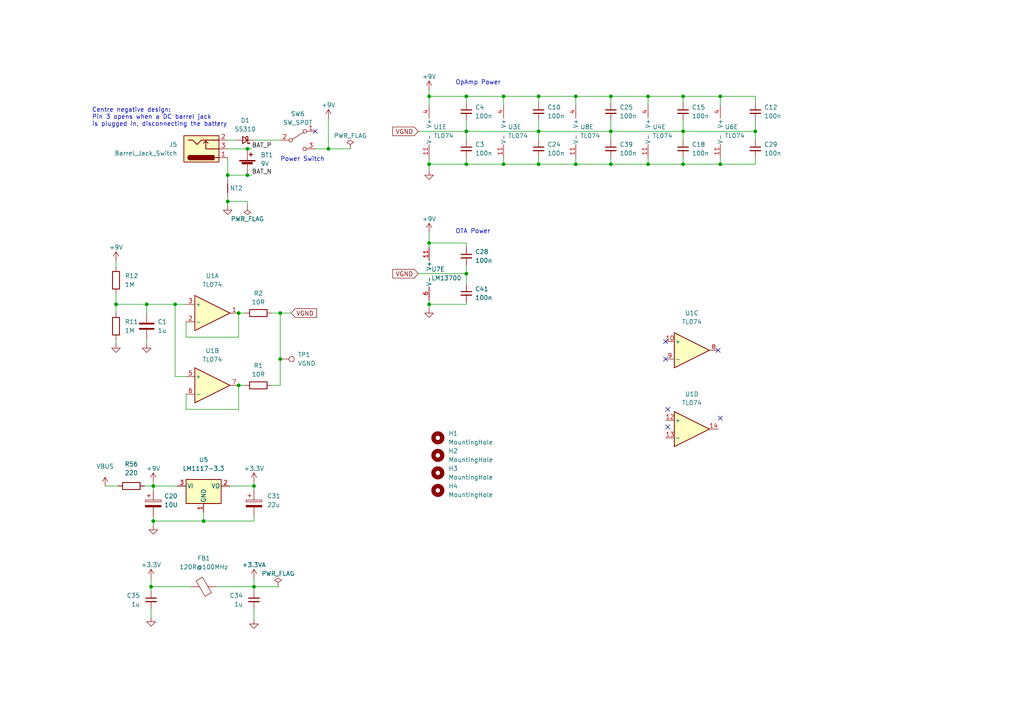
<source format=kicad_sch>
(kicad_sch (version 20211123) (generator eeschema)
  (paper "A4")
  (title_block (title "LivSynth - Power") (date "2022-07-18") (rev "${Version}") (company "SloBlo Labs"))
  (lib_symbols
    (symbol "Amplifier_Operational:LM13700" (pin_names (offset 0.127))
      (property "Reference" "U" (at 3.81 5.08 0))
      (property "Value" "LM13700" (at 5.08 -5.08 0))
      (symbol "LM13700_1_1"
        (polyline (pts (xy 3.81 -0.635) (xy 3.81 -2.54) (xy 5.08 -2.54)))
        (polyline (pts (xy 5.08 0) (xy -5.08 -5.08) (xy -5.08 5.08) (xy 5.08 0)) (stroke (width 0.254)) (fill (type background)))
        (pin output line (at 7.62 0 180) (length 2.54) (name "~") (number "12"))
        (pin input line (at -7.62 2.54 0) (length 2.54) (name "-") (number "13"))
        (pin input line (at -7.62 -2.54 0) (length 2.54) (name "+") (number "14"))
        (pin input line (at -7.62 0 0) (length 2.54) (name "DIODE_BIAS") (number "15"))
        (pin input line (at 7.62 -2.54 180) (length 2.54) (name "~") (number "16"))
      )
      (symbol "LM13700_2_0"
        (polyline (pts (xy -1.905 2.54) (xy -3.175 2.54)))
      )
      (symbol "LM13700_2_1"
        (circle (center -2.54 1.905) (radius 0.254) (stroke (width 0.254)) (fill (type outline)))
        (polyline (pts (xy -3.81 -0.635) (xy -2.54 -1.27)))
        (polyline (pts (xy -3.81 1.27) (xy -3.81 -1.27)))
        (polyline (pts (xy -2.54 -1.905) (xy -1.27 -2.54)))
        (polyline (pts (xy -2.54 0) (xy -2.54 -2.54)))
        (polyline (pts (xy -3.81 0.635) (xy -2.54 1.27) (xy -2.54 1.905) (xy -2.54 2.54)))
        (polyline (pts (xy -2.54 -1.27) (xy -3.175 -0.635) (xy -3.175 -1.27) (xy -2.54 -1.27)) (fill (type outline)))
        (polyline (pts (xy -2.54 -0.635) (xy -1.27 0) (xy -1.27 1.905) (xy -2.54 1.905)))
        (polyline (pts (xy -1.27 -2.54) (xy -1.905 -1.905) (xy -1.905 -2.54) (xy -1.27 -2.54)) (fill (type outline)))
        (text "V+" (at -2.54 3.81 0) (effects (font (size 1.27 1.27))))
        (pin input line (at -7.62 0 0) (length 3.81) (name "~") (number "10"))
        (pin output line (at 2.54 -2.54 180) (length 3.81) (name "~") (number "9"))
      )
      (symbol "LM13700_3_1"
        (polyline (pts (xy 3.81 -0.635) (xy 3.81 -2.54) (xy 5.08 -2.54)))
        (polyline (pts (xy 5.08 0) (xy -5.08 -5.08) (xy -5.08 5.08) (xy 5.08 0)) (stroke (width 0.254)) (fill (type background)))
        (pin input line (at 7.62 -2.54 180) (length 2.54) (name "~") (number "1"))
        (pin input line (at -7.62 0 0) (length 2.54) (name "DIODE_BIAS") (number "2"))
        (pin input line (at -7.62 -2.54 0) (length 2.54) (name "+") (number "3"))
        (pin input line (at -7.62 2.54 0) (length 2.54) (name "-") (number "4"))
        (pin output line (at 7.62 0 180) (length 2.54) (name "~") (number "5"))
      )
      (symbol "LM13700_4_0"
        (polyline (pts (xy -3.175 2.54) (xy -1.905 2.54)))
        (text "V+" (at -2.54 3.81 0) (effects (font (size 1.27 1.27))))
      )
      (symbol "LM13700_4_1"
        (circle (center -2.54 1.905) (radius 0.254) (stroke (width 0.254)) (fill (type outline)))
        (polyline (pts (xy -3.81 -0.635) (xy -2.54 -1.27)))
        (polyline (pts (xy -3.81 1.27) (xy -3.81 -1.27)))
        (polyline (pts (xy -2.54 -1.905) (xy -1.27 -2.54)))
        (polyline (pts (xy -2.54 0) (xy -2.54 -2.54)))
        (polyline (pts (xy -3.81 0.635) (xy -2.54 1.27) (xy -2.54 2.54)))
        (polyline (pts (xy -2.54 -1.27) (xy -3.175 -0.635) (xy -3.175 -1.27) (xy -2.54 -1.27)) (fill (type outline)))
        (polyline (pts (xy -2.54 -0.635) (xy -1.27 0) (xy -1.27 1.905) (xy -2.54 1.905)))
        (polyline (pts (xy -1.27 -2.54) (xy -1.905 -1.905) (xy -1.905 -2.54) (xy -1.27 -2.54)) (fill (type outline)))
        (pin input line (at -7.62 0 0) (length 3.81) (name "~") (number "7"))
        (pin output line (at 2.54 -2.54 180) (length 3.81) (name "~") (number "8"))
      )
      (symbol "LM13700_5_1"
        (pin power_in line (at -2.54 7.62 270) (length 3.81) (name "V+") (number "11"))
        (pin power_in line (at -2.54 -7.62 90) (length 3.81) (name "V-") (number "6"))
      )
    )
    (symbol "Amplifier_Operational:TL074" (pin_names (offset 0.127))
      (property "Reference" "U" (at 0 5.08 0))
      (property "Value" "TL074" (at 0 -5.08 0))
      (symbol "TL074_1_1"
        (polyline (pts (xy -5.08 5.08) (xy 5.08 0) (xy -5.08 -5.08) (xy -5.08 5.08)) (stroke (width 0.254)) (fill (type background)))
        (pin output line (at 7.62 0 180) (length 2.54) (name "~") (number "1"))
        (pin input line (at -7.62 -2.54 0) (length 2.54) (name "-") (number "2"))
        (pin input line (at -7.62 2.54 0) (length 2.54) (name "+") (number "3"))
      )
      (symbol "TL074_2_1"
        (polyline (pts (xy -5.08 5.08) (xy 5.08 0) (xy -5.08 -5.08) (xy -5.08 5.08)) (stroke (width 0.254)) (fill (type background)))
        (pin input line (at -7.62 2.54 0) (length 2.54) (name "+") (number "5"))
        (pin input line (at -7.62 -2.54 0) (length 2.54) (name "-") (number "6"))
        (pin output line (at 7.62 0 180) (length 2.54) (name "~") (number "7"))
      )
      (symbol "TL074_3_1"
        (polyline (pts (xy -5.08 5.08) (xy 5.08 0) (xy -5.08 -5.08) (xy -5.08 5.08)) (stroke (width 0.254)) (fill (type background)))
        (pin input line (at -7.62 2.54 0) (length 2.54) (name "+") (number "10"))
        (pin output line (at 7.62 0 180) (length 2.54) (name "~") (number "8"))
        (pin input line (at -7.62 -2.54 0) (length 2.54) (name "-") (number "9"))
      )
      (symbol "TL074_4_1"
        (polyline (pts (xy -5.08 5.08) (xy 5.08 0) (xy -5.08 -5.08) (xy -5.08 5.08)) (stroke (width 0.254)) (fill (type background)))
        (pin input line (at -7.62 2.54 0) (length 2.54) (name "+") (number "12"))
        (pin input line (at -7.62 -2.54 0) (length 2.54) (name "-") (number "13"))
        (pin output line (at 7.62 0 180) (length 2.54) (name "~") (number "14"))
      )
      (symbol "TL074_5_1"
        (pin power_in line (at -2.54 -7.62 90) (length 3.81) (name "V-") (number "11"))
        (pin power_in line (at -2.54 7.62 270) (length 3.81) (name "V+") (number "4"))
      )
    )
    (symbol "Connector:Barrel_Jack_Switch" (pin_names hide)
      (property "Reference" "J" (at 0 5.334 0))
      (property "Value" "Barrel_Jack_Switch" (at 0 -5.08 0))
      (symbol "Barrel_Jack_Switch_0_1"
        (rectangle (start -5.08 3.81) (end 5.08 -3.81) (stroke (width 0.254)) (fill (type background)))
        (arc (start -3.302 3.175) (mid -3.937 2.54) (end -3.302 1.905) (stroke (width 0.254)))
        (arc (start -3.302 3.175) (mid -3.937 2.54) (end -3.302 1.905) (stroke (width 0.254)) (fill (type outline)))
        (polyline (pts (xy 1.27 -2.286) (xy 1.905 -1.651)) (stroke (width 0.254)))
        (polyline (pts (xy 5.08 2.54) (xy 3.81 2.54)) (stroke (width 0.254)))
        (polyline (pts (xy 5.08 0) (xy 1.27 0) (xy 1.27 -2.286) (xy 0.635 -1.651)) (stroke (width 0.254)))
        (polyline (pts (xy -3.81 -2.54) (xy -2.54 -2.54) (xy -1.27 -1.27) (xy 0 -2.54) (xy 2.54 -2.54) (xy 5.08 -2.54)) (stroke (width 0.254)))
        (rectangle (start 3.683 3.175) (end -3.302 1.905) (stroke (width 0.254)) (fill (type outline)))
      )
      (symbol "Barrel_Jack_Switch_1_1"
        (pin passive line (at 7.62 2.54 180) (length 2.54) (name "~") (number "1"))
        (pin passive line (at 7.62 -2.54 180) (length 2.54) (name "~") (number "2"))
        (pin passive line (at 7.62 0 180) (length 2.54) (name "~") (number "3"))
      )
    )
    (symbol "Connector:TestPoint" (pin_numbers hide) (pin_names (offset 0.762) hide)
      (property "Reference" "TP" (at 0 6.858 0))
      (property "Value" "TestPoint" (at 0 5.08 0))
      (symbol "TestPoint_0_1"
        (circle (center 0 3.302) (radius 0.762))
      )
      (symbol "TestPoint_1_1"
        (pin passive line (at 0 0 90) (length 2.54) (name "1") (number "1"))
      )
    )
    (symbol "Device:Battery_Cell" (pin_numbers hide) (pin_names (offset 0) hide)
      (property "Reference" "BT" (at 2.54 2.54 0))
      (property "Value" "Battery_Cell" (at 2.54 0 0))
      (symbol "Battery_Cell_0_1"
        (rectangle (start -2.286 1.778) (end 2.286 1.524) (fill (type outline)))
        (rectangle (start -1.5748 1.1938) (end 1.4732 0.6858) (fill (type outline)))
        (polyline (pts (xy 0 0.762) (xy 0 0)))
        (polyline (pts (xy 0 1.778) (xy 0 2.54)))
        (polyline (pts (xy 0.508 3.429) (xy 1.524 3.429)) (stroke (width 0.254)))
        (polyline (pts (xy 1.016 3.937) (xy 1.016 2.921)) (stroke (width 0.254)))
      )
      (symbol "Battery_Cell_1_1"
        (pin passive line (at 0 5.08 270) (length 2.54) (name "+") (number "1"))
        (pin passive line (at 0 -2.54 90) (length 2.54) (name "-") (number "2"))
      )
    )
    (symbol "Device:C" (pin_numbers hide) (pin_names (offset 0.254))
      (property "Reference" "C" (at 0.635 2.54 0))
      (property "Value" "C" (at 0.635 -2.54 0))
      (symbol "C_0_1"
        (polyline (pts (xy -2.032 -0.762) (xy 2.032 -0.762)) (stroke (width 0.508)))
        (polyline (pts (xy -2.032 0.762) (xy 2.032 0.762)) (stroke (width 0.508)))
      )
      (symbol "C_1_1"
        (pin passive line (at 0 3.81 270) (length 2.794) (name "~") (number "1"))
        (pin passive line (at 0 -3.81 90) (length 2.794) (name "~") (number "2"))
      )
    )
    (symbol "Device:C_Polarized" (pin_numbers hide) (pin_names (offset 0.254))
      (property "Reference" "C" (at 0.635 2.54 0))
      (property "Value" "C_Polarized" (at 0.635 -2.54 0))
      (symbol "C_Polarized_0_1"
        (rectangle (start -2.286 0.508) (end 2.286 1.016))
        (polyline (pts (xy -1.778 2.286) (xy -0.762 2.286)))
        (polyline (pts (xy -1.27 2.794) (xy -1.27 1.778)))
        (rectangle (start 2.286 -0.508) (end -2.286 -1.016) (fill (type outline)))
      )
      (symbol "C_Polarized_1_1"
        (pin passive line (at 0 3.81 270) (length 2.794) (name "~") (number "1"))
        (pin passive line (at 0 -3.81 90) (length 2.794) (name "~") (number "2"))
      )
    )
    (symbol "Device:C_Small" (pin_numbers hide) (pin_names (offset 0.254) hide)
      (property "Reference" "C" (at 0.254 1.778 0))
      (property "Value" "C_Small" (at 0.254 -2.032 0))
      (symbol "C_Small_0_1"
        (polyline (pts (xy -1.524 -0.508) (xy 1.524 -0.508)) (stroke (width 0.3302)))
        (polyline (pts (xy -1.524 0.508) (xy 1.524 0.508)) (stroke (width 0.3048)))
      )
      (symbol "C_Small_1_1"
        (pin passive line (at 0 2.54 270) (length 2.032) (name "~") (number "1"))
        (pin passive line (at 0 -2.54 90) (length 2.032) (name "~") (number "2"))
      )
    )
    (symbol "Device:D_Schottky_Small" (pin_numbers hide) (pin_names (offset 0.254) hide)
      (property "Reference" "D" (at -1.27 2.032 0))
      (property "Value" "D_Schottky_Small" (at -7.112 -2.032 0))
      (symbol "D_Schottky_Small_0_1"
        (polyline (pts (xy -0.762 0) (xy 0.762 0)))
        (polyline (pts (xy 0.762 -1.016) (xy -0.762 0) (xy 0.762 1.016) (xy 0.762 -1.016)) (stroke (width 0.254)))
        (polyline (pts (xy -1.27 0.762) (xy -1.27 1.016) (xy -0.762 1.016) (xy -0.762 -1.016) (xy -0.254 -1.016) (xy -0.254 -0.762)) (stroke (width 0.254)))
      )
      (symbol "D_Schottky_Small_1_1"
        (pin passive line (at -2.54 0 0) (length 1.778) (name "K") (number "1"))
        (pin passive line (at 2.54 0 180) (length 1.778) (name "A") (number "2"))
      )
    )
    (symbol "Device:FerriteBead" (pin_numbers hide) (pin_names (offset 0))
      (property "Reference" "FB" (at -3.81 0.635 90))
      (property "Value" "FerriteBead" (at 3.81 0 90))
      (symbol "FerriteBead_0_1"
        (polyline (pts (xy 0 -1.27) (xy 0 -1.2192)))
        (polyline (pts (xy 0 1.27) (xy 0 1.2954)))
        (polyline (pts (xy -2.7686 0.4064) (xy -1.7018 2.2606) (xy 2.7686 -0.3048) (xy 1.6764 -2.159) (xy -2.7686 0.4064)))
      )
      (symbol "FerriteBead_1_1"
        (pin passive line (at 0 3.81 270) (length 2.54) (name "~") (number "1"))
        (pin passive line (at 0 -3.81 90) (length 2.54) (name "~") (number "2"))
      )
    )
    (symbol "Device:NetTie_2" (pin_numbers hide) (pin_names (offset 0) hide)
      (property "Reference" "NT" (at 0 1.27 0))
      (property "Value" "NetTie_2" (at 0 -1.27 0))
      (symbol "NetTie_2_0_1"
        (polyline (pts (xy -1.27 0) (xy 1.27 0)) (stroke (width 0.254)))
      )
      (symbol "NetTie_2_1_1"
        (pin passive line (at -2.54 0 0) (length 2.54) (name "1") (number "1"))
        (pin passive line (at 2.54 0 180) (length 2.54) (name "2") (number "2"))
      )
    )
    (symbol "Device:R" (pin_numbers hide) (pin_names (offset 0))
      (property "Reference" "R" (at 2.032 0 90))
      (property "Value" "R" (at 0 0 90))
      (symbol "R_0_1"
        (rectangle (start -1.016 -2.54) (end 1.016 2.54) (stroke (width 0.254)))
      )
      (symbol "R_1_1"
        (pin passive line (at 0 3.81 270) (length 1.27) (name "~") (number "1"))
        (pin passive line (at 0 -3.81 90) (length 1.27) (name "~") (number "2"))
      )
    )
    (symbol "Mechanical:MountingHole" (pin_names (offset 1.016))
      (property "Reference" "H" (at 0 5.08 0))
      (property "Value" "MountingHole" (at 0 3.175 0))
      (symbol "MountingHole_0_1"
        (circle (center 0 0) (radius 1.27) (stroke (width 1.27)))
      )
    )
    (symbol "Regulator_Linear:LM1117-3.3" (pin_names (offset 0.254))
      (property "Reference" "U" (at -3.81 3.175 0))
      (property "Value" "LM1117-3.3" (at 0 3.175 0))
      (symbol "LM1117-3.3_0_1"
        (rectangle (start -5.08 -5.08) (end 5.08 1.905) (stroke (width 0.254)) (fill (type background)))
      )
      (symbol "LM1117-3.3_1_1"
        (pin power_in line (at 0 -7.62 90) (length 2.54) (name "GND") (number "1"))
        (pin power_out line (at 7.62 0 180) (length 2.54) (name "VO") (number "2"))
        (pin power_in line (at -7.62 0 0) (length 2.54) (name "VI") (number "3"))
      )
    )
    (symbol "Switch:SW_SPDT" (pin_names (offset 0) hide)
      (property "Reference" "SW" (at 0 4.318 0))
      (property "Value" "SW_SPDT" (at 0 -5.08 0))
      (symbol "SW_SPDT_0_0"
        (circle (center -2.032 0) (radius 0.508))
        (circle (center 2.032 -2.54) (radius 0.508))
      )
      (symbol "SW_SPDT_0_1"
        (polyline (pts (xy -1.524 0.254) (xy 1.651 2.286)))
        (circle (center 2.032 2.54) (radius 0.508))
      )
      (symbol "SW_SPDT_1_1"
        (pin passive line (at 5.08 2.54 180) (length 2.54) (name "A") (number "1"))
        (pin passive line (at -5.08 0 0) (length 2.54) (name "B") (number "2"))
        (pin passive line (at 5.08 -2.54 180) (length 2.54) (name "C") (number "3"))
      )
    )
    (symbol "power:+3.3V" (power) (pin_names (offset 0))
      (property "Value" "+3.3V" (at 0 3.556 0))
      (symbol "+3.3V_0_1"
        (polyline (pts (xy -0.762 1.27) (xy 0 2.54)))
        (polyline (pts (xy 0 0) (xy 0 2.54)))
        (polyline (pts (xy 0 2.54) (xy 0.762 1.27)))
      )
      (symbol "+3.3V_1_1"
        (pin power_in line (at 0 0 90) (length 0) hide (name "+3.3V") (number "1"))
      )
    )
    (symbol "power:+3.3VA" (power) (pin_names (offset 0))
      (property "Value" "+3.3VA" (at 0 3.556 0))
      (symbol "+3.3VA_0_1"
        (polyline (pts (xy -0.762 1.27) (xy 0 2.54)))
        (polyline (pts (xy 0 0) (xy 0 2.54)))
        (polyline (pts (xy 0 2.54) (xy 0.762 1.27)))
      )
      (symbol "+3.3VA_1_1"
        (pin power_in line (at 0 0 90) (length 0) hide (name "+3.3VA") (number "1"))
      )
    )
    (symbol "power:+9V" (power) (pin_names (offset 0))
      (property "Value" "+9V" (at 0 3.556 0))
      (symbol "+9V_0_1"
        (polyline (pts (xy -0.762 1.27) (xy 0 2.54)))
        (polyline (pts (xy 0 0) (xy 0 2.54)))
        (polyline (pts (xy 0 2.54) (xy 0.762 1.27)))
      )
      (symbol "+9V_1_1"
        (pin power_in line (at 0 0 90) (length 0) hide (name "+9V") (number "1"))
      )
    )
    (symbol "power:GND" (power) (pin_names (offset 0))
      (property "Value" "GND" (at 0 -3.81 0))
      (symbol "GND_0_1"
        (polyline (pts (xy 0 0) (xy 0 -1.27) (xy 1.27 -1.27) (xy 0 -2.54) (xy -1.27 -1.27) (xy 0 -1.27)))
      )
      (symbol "GND_1_1"
        (pin power_in line (at 0 0 270) (length 0) hide (name "GND") (number "1"))
      )
    )
    (symbol "power:PWR_FLAG" (power) (pin_numbers hide) (pin_names (offset 0) hide)
      (property "Value" "PWR_FLAG" (at 0 3.81 0))
      (symbol "PWR_FLAG_0_0"
        (pin power_out line (at 0 0 90) (length 0) (name "pwr") (number "1"))
      )
      (symbol "PWR_FLAG_0_1"
        (polyline (pts (xy 0 0) (xy 0 1.27) (xy -1.016 1.905) (xy 0 2.54) (xy 1.016 1.905) (xy 0 1.27)))
      )
    )
    (symbol "power:VBUS" (power) (pin_names (offset 0))
      (property "Value" "VBUS" (at 0 3.81 0))
      (symbol "VBUS_0_1"
        (polyline (pts (xy -0.762 1.27) (xy 0 2.54)))
        (polyline (pts (xy 0 0) (xy 0 2.54)))
        (polyline (pts (xy 0 2.54) (xy 0.762 1.27)))
      )
      (symbol "VBUS_1_1"
        (pin power_in line (at 0 0 90) (length 0) hide (name "VBUS") (number "1"))
      )
    )
  )
  (junction (at 135.255 47.625))
  (junction (at 208.915 27.94))
  (junction (at 208.915 47.625))
  (junction (at 198.12 38.1))
  (junction (at 71.755 50.8))
  (junction (at 73.66 140.97))
  (junction (at 59.055 151.13))
  (junction (at 156.21 38.1))
  (junction (at 69.215 111.76))
  (junction (at 156.21 47.625))
  (junction (at 50.8 88.265))
  (junction (at 42.545 88.265))
  (junction (at 124.46 27.94))
  (junction (at 198.12 47.625))
  (junction (at 146.05 27.94))
  (junction (at 81.28 104.14))
  (junction (at 66.04 50.8))
  (junction (at 44.45 151.13))
  (junction (at 177.165 38.1))
  (junction (at 177.165 27.94))
  (junction (at 198.12 27.94))
  (junction (at 33.655 88.265))
  (junction (at 73.66 170.18))
  (junction (at 81.28 90.805))
  (junction (at 167.005 27.94))
  (junction (at 187.96 27.94))
  (junction (at 177.165 47.625))
  (junction (at 135.255 38.1))
  (junction (at 167.005 47.625))
  (junction (at 124.46 88.265))
  (junction (at 135.255 79.375))
  (junction (at 69.215 90.805))
  (junction (at 146.05 47.625))
  (junction (at 124.46 47.625))
  (junction (at 187.96 47.625))
  (junction (at 95.25 43.18))
  (junction (at 156.21 27.94))
  (junction (at 66.04 58.42))
  (junction (at 71.755 43.18))
  (junction (at 135.255 27.94))
  (junction (at 44.45 140.97))
  (junction (at 124.46 70.485))
  (junction (at 219.075 38.1))
  (junction (at 43.815 170.18))
  (no_connect (at 91.44 38.1))
  (no_connect (at 193.675 123.825))
  (no_connect (at 193.04 104.14))
  (no_connect (at 193.675 118.745))
  (no_connect (at 208.28 101.6))
  (no_connect (at 193.04 99.06))
  (no_connect (at 208.915 121.285))
  (wire (pts (xy 198.12 34.925) (xy 198.12 38.1)))
  (wire (pts (xy 53.975 97.79) (xy 69.215 97.79)))
  (wire (pts (xy 69.215 90.805) (xy 71.12 90.805)))
  (wire (pts (xy 177.165 27.94) (xy 177.165 29.845)))
  (wire (pts (xy 33.655 98.425) (xy 33.655 99.695)))
  (wire (pts (xy 167.005 27.94) (xy 167.005 30.48)))
  (wire (pts (xy 167.005 47.625) (xy 177.165 47.625)))
  (wire (pts (xy 124.46 27.94) (xy 124.46 30.48)))
  (wire (pts (xy 177.165 38.1) (xy 198.12 38.1)))
  (wire (pts (xy 30.48 140.97) (xy 34.29 140.97)))
  (wire (pts (xy 53.975 114.3) (xy 53.975 118.745)))
  (wire (pts (xy 78.74 90.805) (xy 81.28 90.805)))
  (wire (pts (xy 135.255 88.265) (xy 124.46 88.265)))
  (wire (pts (xy 219.075 27.94) (xy 208.915 27.94)))
  (wire (pts (xy 66.04 50.8) (xy 66.04 52.07)))
  (wire (pts (xy 135.255 79.375) (xy 135.255 82.55)))
  (wire (pts (xy 53.975 118.745) (xy 69.215 118.745)))
  (wire (pts (xy 66.675 140.97) (xy 73.66 140.97)))
  (wire (pts (xy 41.91 140.97) (xy 44.45 140.97)))
  (wire (pts (xy 33.655 88.265) (xy 33.655 90.805)))
  (wire (pts (xy 81.28 90.805) (xy 81.28 104.14)))
  (wire (pts (xy 121.285 79.375) (xy 135.255 79.375)))
  (wire (pts (xy 71.755 43.18) (xy 73.025 43.18)))
  (wire (pts (xy 177.165 47.625) (xy 187.96 47.625)))
  (wire (pts (xy 177.165 45.72) (xy 177.165 47.625)))
  (wire (pts (xy 73.66 40.64) (xy 81.28 40.64)))
  (wire (pts (xy 219.075 27.94) (xy 219.075 29.845)))
  (wire (pts (xy 69.215 97.79) (xy 69.215 90.805)))
  (wire (pts (xy 146.05 27.94) (xy 146.05 30.48)))
  (wire (pts (xy 55.245 170.18) (xy 43.815 170.18)))
  (wire (pts (xy 95.25 43.18) (xy 101.6 43.18)))
  (wire (pts (xy 135.255 38.1) (xy 156.21 38.1)))
  (wire (pts (xy 187.96 47.625) (xy 198.12 47.625)))
  (wire (pts (xy 43.815 167.64) (xy 43.815 170.18)))
  (wire (pts (xy 33.655 88.265) (xy 42.545 88.265)))
  (wire (pts (xy 124.46 47.625) (xy 135.255 47.625)))
  (wire (pts (xy 73.66 171.45) (xy 73.66 170.18)))
  (wire (pts (xy 177.165 38.1) (xy 177.165 40.64)))
  (wire (pts (xy 156.21 34.925) (xy 156.21 38.1)))
  (wire (pts (xy 73.66 149.86) (xy 73.66 151.13)))
  (wire (pts (xy 156.21 45.72) (xy 156.21 47.625)))
  (wire (pts (xy 198.12 27.94) (xy 198.12 29.845)))
  (wire (pts (xy 146.05 45.72) (xy 146.05 47.625)))
  (wire (pts (xy 135.255 47.625) (xy 146.05 47.625)))
  (wire (pts (xy 95.25 43.18) (xy 95.25 34.29)))
  (wire (pts (xy 44.45 140.97) (xy 51.435 140.97)))
  (wire (pts (xy 121.285 38.1) (xy 135.255 38.1)))
  (wire (pts (xy 124.46 70.485) (xy 124.46 71.755)))
  (wire (pts (xy 62.865 170.18) (xy 73.66 170.18)))
  (wire (pts (xy 198.12 38.1) (xy 219.075 38.1)))
  (wire (pts (xy 187.96 27.94) (xy 187.96 30.48)))
  (wire (pts (xy 33.655 75.565) (xy 33.655 77.47)))
  (wire (pts (xy 135.255 27.94) (xy 135.255 29.845)))
  (wire (pts (xy 66.04 40.64) (xy 68.58 40.64)))
  (wire (pts (xy 80.645 170.18) (xy 73.66 170.18)))
  (wire (pts (xy 124.46 47.625) (xy 124.46 49.53)))
  (wire (pts (xy 73.66 139.7) (xy 73.66 140.97)))
  (wire (pts (xy 124.46 86.995) (xy 124.46 88.265)))
  (wire (pts (xy 59.055 148.59) (xy 59.055 151.13)))
  (wire (pts (xy 135.255 87.63) (xy 135.255 88.265)))
  (wire (pts (xy 50.8 88.265) (xy 53.975 88.265)))
  (wire (pts (xy 167.005 45.72) (xy 167.005 47.625)))
  (wire (pts (xy 135.255 34.925) (xy 135.255 38.1)))
  (wire (pts (xy 73.66 167.64) (xy 73.66 170.18)))
  (wire (pts (xy 44.45 142.24) (xy 44.45 140.97)))
  (wire (pts (xy 33.655 85.09) (xy 33.655 88.265)))
  (wire (pts (xy 124.46 67.31) (xy 124.46 70.485)))
  (wire (pts (xy 135.255 45.72) (xy 135.255 47.625)))
  (wire (pts (xy 219.075 38.1) (xy 219.075 40.64)))
  (wire (pts (xy 156.21 38.1) (xy 177.165 38.1)))
  (wire (pts (xy 73.66 151.13) (xy 59.055 151.13)))
  (wire (pts (xy 146.05 27.94) (xy 156.21 27.94)))
  (wire (pts (xy 146.05 47.625) (xy 156.21 47.625)))
  (wire (pts (xy 43.815 170.18) (xy 43.815 171.45)))
  (wire (pts (xy 50.8 109.22) (xy 50.8 88.265)))
  (wire (pts (xy 167.005 27.94) (xy 177.165 27.94)))
  (wire (pts (xy 135.255 27.94) (xy 146.05 27.94)))
  (wire (pts (xy 124.46 88.265) (xy 124.46 89.535)))
  (wire (pts (xy 124.46 70.485) (xy 135.255 70.485)))
  (wire (pts (xy 177.165 34.925) (xy 177.165 38.1)))
  (wire (pts (xy 198.12 38.1) (xy 198.12 40.64)))
  (wire (pts (xy 135.255 76.835) (xy 135.255 79.375)))
  (wire (pts (xy 219.075 45.72) (xy 219.075 47.625)))
  (wire (pts (xy 198.12 27.94) (xy 208.915 27.94)))
  (wire (pts (xy 135.255 70.485) (xy 135.255 71.755)))
  (wire (pts (xy 53.975 109.22) (xy 50.8 109.22)))
  (wire (pts (xy 81.28 90.805) (xy 84.455 90.805)))
  (wire (pts (xy 177.165 27.94) (xy 187.96 27.94)))
  (wire (pts (xy 69.215 111.76) (xy 71.12 111.76)))
  (wire (pts (xy 219.075 34.925) (xy 219.075 38.1)))
  (wire (pts (xy 73.66 140.97) (xy 73.66 142.24)))
  (wire (pts (xy 124.46 45.72) (xy 124.46 47.625)))
  (wire (pts (xy 43.815 176.53) (xy 43.815 179.07)))
  (wire (pts (xy 44.45 151.13) (xy 44.45 152.4)))
  (wire (pts (xy 156.21 27.94) (xy 156.21 29.845)))
  (wire (pts (xy 71.755 58.42) (xy 66.04 58.42)))
  (wire (pts (xy 42.545 98.425) (xy 42.545 99.695)))
  (wire (pts (xy 124.46 26.035) (xy 124.46 27.94)))
  (wire (pts (xy 187.96 27.94) (xy 198.12 27.94)))
  (wire (pts (xy 208.915 45.72) (xy 208.915 47.625)))
  (wire (pts (xy 71.755 59.69) (xy 71.755 58.42)))
  (wire (pts (xy 66.04 50.8) (xy 71.755 50.8)))
  (wire (pts (xy 198.12 45.72) (xy 198.12 47.625)))
  (wire (pts (xy 198.12 47.625) (xy 208.915 47.625)))
  (wire (pts (xy 135.255 38.1) (xy 135.255 40.64)))
  (wire (pts (xy 44.45 149.86) (xy 44.45 151.13)))
  (wire (pts (xy 42.545 88.265) (xy 42.545 90.805)))
  (wire (pts (xy 187.96 45.72) (xy 187.96 47.625)))
  (wire (pts (xy 91.44 43.18) (xy 95.25 43.18)))
  (wire (pts (xy 208.915 27.94) (xy 208.915 30.48)))
  (wire (pts (xy 124.46 27.94) (xy 135.255 27.94)))
  (wire (pts (xy 78.74 111.76) (xy 81.28 111.76)))
  (wire (pts (xy 44.45 139.7) (xy 44.45 140.97)))
  (wire (pts (xy 156.21 47.625) (xy 167.005 47.625)))
  (wire (pts (xy 69.215 118.745) (xy 69.215 111.76)))
  (wire (pts (xy 53.975 93.345) (xy 53.975 97.79)))
  (wire (pts (xy 81.28 104.14) (xy 81.28 111.76)))
  (wire (pts (xy 73.66 176.53) (xy 73.66 179.705)))
  (wire (pts (xy 59.055 151.13) (xy 44.45 151.13)))
  (wire (pts (xy 66.04 57.15) (xy 66.04 58.42)))
  (wire (pts (xy 156.21 38.1) (xy 156.21 40.64)))
  (wire (pts (xy 71.755 50.8) (xy 73.025 50.8)))
  (wire (pts (xy 66.04 43.18) (xy 71.755 43.18)))
  (wire (pts (xy 66.04 45.72) (xy 66.04 50.8)))
  (wire (pts (xy 42.545 88.265) (xy 50.8 88.265)))
  (wire (pts (xy 208.915 47.625) (xy 219.075 47.625)))
  (wire (pts (xy 156.21 27.94) (xy 167.005 27.94)))
  (wire (pts (xy 66.04 58.42) (xy 66.04 59.69)))
  (text "Centre negative design:\nPin 3 opens when a DC barrel jack\nis plugged in, disconnecting the battery" (at 26.67 36.83 0) (effects (font (size 1.27 1.27)) (justify left bottom)))
  (text "OTA Power" (at 132.08 67.945 0) (effects (font (size 1.27 1.27)) (justify left bottom)))
  (text "Power Switch" (at 81.28 46.99 0) (effects (font (size 1.27 1.27)) (justify left bottom)))
  (text "OpAmp Power" (at 132.08 24.765 0) (effects (font (size 1.27 1.27)) (justify left bottom)))
  (label "BAT_P" (at 73.025 43.18 0))
  (label "BAT_N" (at 73.025 50.8 0))
  (global_label "VGND" (shape input) (at 121.285 38.1 180) (property "Intersheet References" "${INTERSHEET_REFS}" (effects hide)))
  (global_label "VGND" (shape input) (at 84.455 90.805 0) (property "Intersheet References" "${INTERSHEET_REFS}" (effects hide)))
  (global_label "VGND" (shape input) (at 121.285 79.375 180) (property "Intersheet References" "${INTERSHEET_REFS}" (effects hide)))
  (symbol (lib_id "Device:C_Small") (at 135.255 85.09 0) (unit 1)
    (property "Reference" "C41" (at 137.795 83.8262 0) (effects (justify left)))
    (property "Value" "100n" (at 137.795 86.3662 0) (effects (justify left)))
    (property "Footprint" "Capacitor_THT:C_Rect_L7.2mm_W2.5mm_P5.00mm_FKS2_FKP2_MKS2_MKP2" (effects hide))
  )
  (symbol (lib_id "power:GND") (at 42.545 99.695 0) (unit 1)
    (property "Reference" "#PWR09" (effects hide))
    (property "Value" "GND" (effects hide))
  )
  (symbol (lib_id "Device:C_Polarized") (at 73.66 146.05 0) (unit 1)
    (property "Reference" "C31" (at 77.47 143.8909 0) (effects (justify left)))
    (property "Value" "22u" (at 77.47 146.4309 0) (effects (justify left)))
    (property "Footprint" "Capacitor_THT:CP_Radial_D8.0mm_P3.50mm" (effects hide))
  )
  (symbol (lib_id "Amplifier_Operational:TL074") (at 211.455 38.1 0) (unit 5)
    (property "Reference" "U6" (at 210.185 36.8299 0) (effects (justify left)))
    (property "Value" "TL074" (at 210.185 39.3699 0) (effects (justify left)))
    (property "Footprint" "Package_SO:SOIC-14_3.9x8.7mm_P1.27mm" (effects hide))
    (property "Datasheet" "http://www.ti.com/lit/ds/symlink/tl071.pdf" (effects hide))
  )
  (symbol (lib_id "Regulator_Linear:LM1117-3.3") (at 59.055 140.97 0) (unit 1)
    (property "Reference" "U5" (at 59.055 133.35 0))
    (property "Value" "LM1117-3.3" (at 59.055 135.89 0))
    (property "Footprint" "Package_TO_SOT_SMD:SOT-223" (effects hide))
    (property "Datasheet" "http://www.ti.com/lit/ds/symlink/lm1117.pdf" (effects hide))
  )
  (symbol (lib_id "power:+9V") (at 44.45 139.7 0) (unit 1)
    (property "Reference" "#PWR010" (effects hide))
    (property "Value" "+9V" (at 44.45 135.89 0))
  )
  (symbol (lib_id "power:GND") (at 124.46 49.53 0) (unit 1)
    (property "Reference" "#PWR03" (effects hide))
    (property "Value" "GND" (effects hide))
  )
  (symbol (lib_id "Amplifier_Operational:LM13700") (at 127 79.375 0) (unit 5)
    (property "Reference" "U7" (at 125.095 78.1049 0) (effects (justify left)))
    (property "Value" "LM13700" (at 125.095 80.6449 0) (effects (justify left)))
    (property "Footprint" "Package_SO:SOP-16_3.9x9.9mm_P1.27mm" (effects hide))
    (property "Datasheet" "http://www.ti.com/lit/ds/symlink/lm13700.pdf" (effects hide))
  )
  (symbol (lib_id "power:GND") (at 33.655 99.695 0) (unit 1)
    (property "Reference" "#PWR08" (effects hide))
    (property "Value" "GND" (effects hide))
  )
  (symbol (lib_id "power:+3.3V") (at 73.66 139.7 0) (unit 1)
    (property "Reference" "#PWR011" (effects hide))
    (property "Value" "+3.3V" (at 73.66 135.89 0))
  )
  (symbol (lib_id "Connector:TestPoint") (at 81.28 104.14 270) (unit 1)
    (property "Reference" "TP1" (at 86.36 102.8699 90) (effects (justify left)))
    (property "Value" "VGND" (at 86.36 105.4099 90) (effects (justify left)))
    (property "Footprint" "Connector_PinHeader_2.54mm:PinHeader_1x01_P2.54mm_Vertical" (effects hide))
  )
  (symbol (lib_id "Device:C_Small") (at 135.255 43.18 0) (unit 1)
    (property "Reference" "C3" (at 137.795 41.9162 0) (effects (justify left)))
    (property "Value" "100n" (at 137.795 44.4562 0) (effects (justify left)))
    (property "Footprint" "Capacitor_THT:C_Rect_L7.2mm_W2.5mm_P5.00mm_FKS2_FKP2_MKS2_MKP2" (effects hide))
  )
  (symbol (lib_id "power:+3.3V") (at 43.815 167.64 0) (mirror y) (unit 1)
    (property "Reference" "#PWR013" (effects hide))
    (property "Value" "+3.3V" (at 43.815 163.83 0))
  )
  (symbol (lib_id "power:PWR_FLAG") (at 101.6 43.18 0) (unit 1)
    (property "Reference" "#FLG01" (effects hide))
    (property "Value" "PWR_FLAG" (at 101.6 39.37 0))
  )
  (symbol (lib_id "Amplifier_Operational:TL074") (at 127 38.1 0) (unit 5)
    (property "Reference" "U1" (at 125.73 36.8299 0) (effects (justify left)))
    (property "Value" "TL074" (at 125.73 39.3699 0) (effects (justify left)))
    (property "Footprint" "Package_SO:SOIC-14_3.9x8.7mm_P1.27mm" (effects hide))
    (property "Datasheet" "http://www.ti.com/lit/ds/symlink/tl071.pdf" (effects hide))
  )
  (symbol (lib_id "Connector:Barrel_Jack_Switch") (at 58.42 43.18 0) (mirror x) (unit 1)
    (property "Reference" "J5" (at 51.435 41.9099 0) (effects (justify right)))
    (property "Value" "Barrel_Jack_Switch" (at 51.435 44.4499 0) (effects (justify right)))
    (property "Footprint" "Connector_BarrelJack:BarrelJack_CUI_PJ-102AH_Horizontal" (effects hide))
  )
  (symbol (lib_id "Device:R") (at 74.93 111.76 90) (unit 1)
    (property "Reference" "R1" (at 74.93 106.045 90))
    (property "Value" "10R" (at 74.93 108.585 90))
    (property "Footprint" "Resistor_THT:R_Axial_DIN0207_L6.3mm_D2.5mm_P7.62mm_Horizontal" (effects hide))
  )
  (symbol (lib_id "Device:R") (at 33.655 94.615 0) (unit 1)
    (property "Reference" "R11" (at 36.195 93.3449 0) (effects (justify left)))
    (property "Value" "1M" (at 36.195 95.8849 0) (effects (justify left)))
    (property "Footprint" "Resistor_THT:R_Axial_DIN0207_L6.3mm_D2.5mm_P7.62mm_Horizontal" (effects hide))
  )
  (symbol (lib_id "power:PWR_FLAG") (at 71.755 59.69 0) (mirror x) (unit 1)
    (property "Reference" "#FLG05" (effects hide))
    (property "Value" "PWR_FLAG" (at 71.755 63.5 0))
  )
  (symbol (lib_id "power:+3.3VA") (at 73.66 167.64 0) (mirror y) (unit 1)
    (property "Reference" "#PWR014" (effects hide))
    (property "Value" "+3.3VA" (at 73.66 163.83 0))
  )
  (symbol (lib_id "Mechanical:MountingHole") (at 127 132.08 0) (unit 1)
    (property "Reference" "H2" (at 130.048 130.8099 0) (effects (justify left)))
    (property "Value" "MountingHole" (at 130.048 133.3499 0) (effects (justify left)))
    (property "Footprint" "MountingHole:MountingHole_3.2mm_M3" (effects hide))
  )
  (symbol (lib_id "power:VBUS") (at 30.48 140.97 0) (unit 1)
    (property "Reference" "#PWR0127" (effects hide))
    (property "Value" "VBUS" (at 30.48 135.255 0))
  )
  (symbol (lib_id "Amplifier_Operational:TL074") (at 61.595 111.76 0) (unit 2)
    (property "Reference" "U1" (at 61.595 101.7277 0))
    (property "Value" "TL074" (at 61.595 104.2677 0))
    (property "Footprint" "Package_SO:SOIC-14_3.9x8.7mm_P1.27mm" (effects hide))
    (property "Datasheet" "http://www.ti.com/lit/ds/symlink/tl071.pdf" (effects hide))
  )
  (symbol (lib_id "Device:D_Schottky_Small") (at 71.12 40.64 180) (unit 1)
    (property "Reference" "D1" (at 71.12 34.925 0))
    (property "Value" "SS310" (at 71.12 37.465 0))
    (property "Footprint" "Diode_SMD:D_SMC_Handsoldering" (effects hide))
  )
  (symbol (lib_id "Device:C_Small") (at 198.12 32.385 0) (unit 1)
    (property "Reference" "C15" (at 200.66 31.1212 0) (effects (justify left)))
    (property "Value" "100n" (at 200.66 33.6612 0) (effects (justify left)))
    (property "Footprint" "Capacitor_THT:C_Rect_L7.2mm_W2.5mm_P5.00mm_FKS2_FKP2_MKS2_MKP2" (effects hide))
  )
  (symbol (lib_id "Device:C_Small") (at 198.12 43.18 0) (unit 1)
    (property "Reference" "C18" (at 200.66 41.9162 0) (effects (justify left)))
    (property "Value" "100n" (at 200.66 44.4562 0) (effects (justify left)))
    (property "Footprint" "Capacitor_THT:C_Rect_L7.2mm_W2.5mm_P5.00mm_FKS2_FKP2_MKS2_MKP2" (effects hide))
  )
  (symbol (lib_id "Device:C_Small") (at 135.255 32.385 0) (unit 1)
    (property "Reference" "C4" (at 137.795 31.1212 0) (effects (justify left)))
    (property "Value" "100n" (at 137.795 33.6612 0) (effects (justify left)))
    (property "Footprint" "Capacitor_THT:C_Rect_L7.2mm_W2.5mm_P5.00mm_FKS2_FKP2_MKS2_MKP2" (effects hide))
  )
  (symbol (lib_id "Device:C_Small") (at 73.66 173.99 0) (mirror y) (unit 1)
    (property "Reference" "C34" (at 70.485 172.7262 0) (effects (justify left)))
    (property "Value" "1u" (at 70.485 175.2662 0) (effects (justify left)))
    (property "Footprint" "Capacitor_THT:C_Rect_L7.2mm_W5.5mm_P5.00mm_FKS2_FKP2_MKS2_MKP2" (effects hide))
  )
  (symbol (lib_id "Device:C_Small") (at 219.075 43.18 0) (unit 1)
    (property "Reference" "C29" (at 221.615 41.9162 0) (effects (justify left)))
    (property "Value" "100n" (at 221.615 44.4562 0) (effects (justify left)))
    (property "Footprint" "Capacitor_THT:C_Rect_L7.2mm_W2.5mm_P5.00mm_FKS2_FKP2_MKS2_MKP2" (effects hide))
  )
  (symbol (lib_id "Device:C_Small") (at 156.21 32.385 0) (unit 1)
    (property "Reference" "C10" (at 158.75 31.1212 0) (effects (justify left)))
    (property "Value" "100n" (at 158.75 33.6612 0) (effects (justify left)))
    (property "Footprint" "Capacitor_THT:C_Rect_L7.2mm_W2.5mm_P5.00mm_FKS2_FKP2_MKS2_MKP2" (effects hide))
  )
  (symbol (lib_id "Amplifier_Operational:TL074") (at 190.5 38.1 0) (unit 5)
    (property "Reference" "U4" (at 189.23 36.8299 0) (effects (justify left)))
    (property "Value" "TL074" (at 189.23 39.3699 0) (effects (justify left)))
    (property "Footprint" "Package_SO:SOIC-14_3.9x8.7mm_P1.27mm" (effects hide))
    (property "Datasheet" "http://www.ti.com/lit/ds/symlink/tl071.pdf" (effects hide))
  )
  (symbol (lib_id "Device:C_Small") (at 219.075 32.385 0) (unit 1)
    (property "Reference" "C12" (at 221.615 31.1212 0) (effects (justify left)))
    (property "Value" "100n" (at 221.615 33.6612 0) (effects (justify left)))
    (property "Footprint" "Capacitor_THT:C_Rect_L7.2mm_W2.5mm_P5.00mm_FKS2_FKP2_MKS2_MKP2" (effects hide))
  )
  (symbol (lib_id "power:+9V") (at 124.46 26.035 0) (unit 1)
    (property "Reference" "#PWR01" (effects hide))
    (property "Value" "+9V" (at 124.46 22.225 0))
  )
  (symbol (lib_id "Mechanical:MountingHole") (at 127 142.24 0) (unit 1)
    (property "Reference" "H4" (at 130.048 140.9699 0) (effects (justify left)))
    (property "Value" "MountingHole" (at 130.048 143.5099 0) (effects (justify left)))
    (property "Footprint" "MountingHole:MountingHole_3.2mm_M3" (effects hide))
  )
  (symbol (lib_id "Device:NetTie_2") (at 66.04 54.61 90) (unit 1)
    (property "Reference" "NT2" (at 66.675 54.61 90) (effects (justify right)))
    (property "Value" "NetTie_2" (effects hide))
    (property "Footprint" "NetTie:NetTie-2_SMD_Pad2.0mm" (effects hide))
  )
  (symbol (lib_id "Mechanical:MountingHole") (at 127 137.16 0) (unit 1)
    (property "Reference" "H3" (at 130.048 135.8899 0) (effects (justify left)))
    (property "Value" "MountingHole" (at 130.048 138.4299 0) (effects (justify left)))
    (property "Footprint" "MountingHole:MountingHole_3.2mm_M3" (effects hide))
  )
  (symbol (lib_id "Mechanical:MountingHole") (at 127 127 0) (unit 1)
    (property "Reference" "H1" (at 130.048 125.7299 0) (effects (justify left)))
    (property "Value" "MountingHole" (at 130.048 128.2699 0) (effects (justify left)))
    (property "Footprint" "MountingHole:MountingHole_3.2mm_M3" (effects hide))
  )
  (symbol (lib_id "Device:FerriteBead") (at 59.055 170.18 270) (mirror x) (unit 1)
    (property "Reference" "FB1" (at 59.1058 161.925 90))
    (property "Value" "120R@100MHz" (at 59.1058 164.465 90))
    (property "Footprint" "Inductor_SMD:L_0603_1608Metric" (effects hide))
  )
  (symbol (lib_id "power:GND") (at 73.66 179.705 0) (mirror y) (unit 1)
    (property "Reference" "#PWR016" (effects hide))
    (property "Value" "GND" (effects hide))
  )
  (symbol (lib_id "Amplifier_Operational:TL074") (at 148.59 38.1 0) (unit 5)
    (property "Reference" "U3" (at 147.32 36.8299 0) (effects (justify left)))
    (property "Value" "TL074" (at 147.32 39.3699 0) (effects (justify left)))
    (property "Footprint" "Package_SO:SOIC-14_3.9x8.7mm_P1.27mm" (effects hide))
    (property "Datasheet" "http://www.ti.com/lit/ds/symlink/tl071.pdf" (effects hide))
  )
  (symbol (lib_id "Device:Battery_Cell") (at 71.755 48.26 0) (unit 1)
    (property "Reference" "BT1" (at 75.565 44.9579 0) (effects (justify left)))
    (property "Value" "9V" (at 75.565 47.4979 0) (effects (justify left)))
    (property "Footprint" "Battery:BatteryHolder_Eagle_12BH611-GR" (effects hide))
  )
  (symbol (lib_id "Device:C_Small") (at 177.165 32.385 0) (unit 1)
    (property "Reference" "C25" (at 179.705 31.1212 0) (effects (justify left)))
    (property "Value" "100n" (at 179.705 33.6612 0) (effects (justify left)))
    (property "Footprint" "Capacitor_THT:C_Rect_L7.2mm_W2.5mm_P5.00mm_FKS2_FKP2_MKS2_MKP2" (effects hide))
  )
  (symbol (lib_id "Amplifier_Operational:TL074") (at 200.66 101.6 0) (unit 3)
    (property "Reference" "U1" (at 200.66 90.805 0))
    (property "Value" "TL074" (at 200.66 93.345 0))
    (property "Footprint" "Package_SO:SOIC-14_3.9x8.7mm_P1.27mm" (effects hide))
    (property "Datasheet" "http://www.ti.com/lit/ds/symlink/tl071.pdf" (effects hide))
  )
  (symbol (lib_id "Device:C_Small") (at 177.165 43.18 0) (unit 1)
    (property "Reference" "C39" (at 179.705 41.9162 0) (effects (justify left)))
    (property "Value" "100n" (at 179.705 44.4562 0) (effects (justify left)))
    (property "Footprint" "Capacitor_THT:C_Rect_L7.2mm_W2.5mm_P5.00mm_FKS2_FKP2_MKS2_MKP2" (effects hide))
  )
  (symbol (lib_id "Amplifier_Operational:TL074") (at 200.66 124.46 0) (unit 4)
    (property "Reference" "U1" (at 200.66 114.3 0))
    (property "Value" "TL074" (at 200.66 116.84 0))
    (property "Footprint" "Package_SO:SOIC-14_3.9x8.7mm_P1.27mm" (effects hide))
    (property "Datasheet" "http://www.ti.com/lit/ds/symlink/tl071.pdf" (effects hide))
  )
  (symbol (lib_id "power:+9V") (at 95.25 34.29 0) (unit 1)
    (property "Reference" "#PWR02" (effects hide))
    (property "Value" "+9V" (at 95.25 30.48 0))
  )
  (symbol (lib_id "power:PWR_FLAG") (at 80.645 170.18 0) (unit 1)
    (property "Reference" "#FLG02" (effects hide))
    (property "Value" "PWR_FLAG" (at 80.645 166.37 0))
  )
  (symbol (lib_id "Device:C_Small") (at 156.21 43.18 0) (unit 1)
    (property "Reference" "C24" (at 158.75 41.9162 0) (effects (justify left)))
    (property "Value" "100n" (at 158.75 44.4562 0) (effects (justify left)))
    (property "Footprint" "Capacitor_THT:C_Rect_L7.2mm_W2.5mm_P5.00mm_FKS2_FKP2_MKS2_MKP2" (effects hide))
  )
  (symbol (lib_id "power:GND") (at 124.46 89.535 0) (unit 1)
    (property "Reference" "#PWR07" (effects hide))
    (property "Value" "GND" (effects hide))
  )
  (symbol (lib_id "Device:C_Small") (at 135.255 74.295 0) (unit 1)
    (property "Reference" "C28" (at 137.795 73.0312 0) (effects (justify left)))
    (property "Value" "100n" (at 137.795 75.5712 0) (effects (justify left)))
    (property "Footprint" "Capacitor_THT:C_Rect_L7.2mm_W2.5mm_P5.00mm_FKS2_FKP2_MKS2_MKP2" (effects hide))
  )
  (symbol (lib_id "power:GND") (at 44.45 152.4 0) (unit 1)
    (property "Reference" "#PWR012" (effects hide))
    (property "Value" "GND" (effects hide))
  )
  (symbol (lib_id "power:+9V") (at 124.46 67.31 0) (unit 1)
    (property "Reference" "#PWR05" (effects hide))
    (property "Value" "+9V" (at 124.46 63.5 0))
  )
  (symbol (lib_id "Device:C_Small") (at 43.815 173.99 0) (mirror y) (unit 1)
    (property "Reference" "C35" (at 40.64 172.7262 0) (effects (justify left)))
    (property "Value" "1u" (at 40.64 175.2662 0) (effects (justify left)))
    (property "Footprint" "Capacitor_THT:C_Rect_L7.2mm_W5.5mm_P5.00mm_FKS2_FKP2_MKS2_MKP2" (effects hide))
  )
  (symbol (lib_id "Device:R") (at 33.655 81.28 0) (unit 1)
    (property "Reference" "R12" (at 36.195 80.0099 0) (effects (justify left)))
    (property "Value" "1M" (at 36.195 82.5499 0) (effects (justify left)))
    (property "Footprint" "Resistor_THT:R_Axial_DIN0207_L6.3mm_D2.5mm_P7.62mm_Horizontal" (effects hide))
  )
  (symbol (lib_id "power:+9V") (at 33.655 75.565 0) (unit 1)
    (property "Reference" "#PWR06" (effects hide))
    (property "Value" "+9V" (at 33.655 71.755 0))
  )
  (symbol (lib_id "Device:C") (at 42.545 94.615 0) (unit 1)
    (property "Reference" "C1" (at 45.72 93.3449 0) (effects (justify left)))
    (property "Value" "1u" (at 45.72 95.8849 0) (effects (justify left)))
    (property "Footprint" "Capacitor_THT:C_Rect_L7.2mm_W5.5mm_P5.00mm_FKS2_FKP2_MKS2_MKP2" (effects hide))
  )
  (symbol (lib_id "Device:R") (at 74.93 90.805 90) (unit 1)
    (property "Reference" "R2" (at 74.93 85.09 90))
    (property "Value" "10R" (at 74.93 87.63 90))
    (property "Footprint" "Resistor_THT:R_Axial_DIN0207_L6.3mm_D2.5mm_P7.62mm_Horizontal" (effects hide))
  )
  (symbol (lib_id "Device:C_Polarized") (at 44.45 146.05 0) (unit 1)
    (property "Reference" "C20" (at 47.625 143.8909 0) (effects (justify left)))
    (property "Value" "10U" (at 47.625 146.4309 0) (effects (justify left)))
    (property "Footprint" "Capacitor_THT:CP_Radial_D8.0mm_P3.50mm" (effects hide))
  )
  (symbol (lib_id "Device:R") (at 38.1 140.97 90) (unit 1)
    (property "Reference" "R56" (at 38.1 134.62 90))
    (property "Value" "220" (at 38.1 137.16 90))
    (property "Footprint" "Resistor_THT:R_Axial_DIN0207_L6.3mm_D2.5mm_P7.62mm_Horizontal" (effects hide))
  )
  (symbol (lib_id "Switch:SW_SPDT") (at 86.36 40.64 0) (unit 1)
    (property "Reference" "SW6" (at 86.36 33.02 0))
    (property "Value" "SW_SPDT" (at 86.36 35.56 0))
    (property "Footprint" "Button_Switch_THT:SW_E-Switch_EG1224_SPDT_Angled" (effects hide))
  )
  (symbol (lib_id "power:GND") (at 43.815 179.07 0) (mirror y) (unit 1)
    (property "Reference" "#PWR015" (effects hide))
    (property "Value" "GND" (effects hide))
  )
  (symbol (lib_id "Amplifier_Operational:TL074") (at 169.545 38.1 0) (unit 5)
    (property "Reference" "U8" (at 168.275 36.8299 0) (effects (justify left)))
    (property "Value" "TL074" (at 168.275 39.3699 0) (effects (justify left)))
    (property "Footprint" "Package_SO:SOIC-14_3.9x8.7mm_P1.27mm" (effects hide))
    (property "Datasheet" "http://www.ti.com/lit/ds/symlink/tl071.pdf" (effects hide))
  )
  (symbol (lib_id "power:GND") (at 66.04 59.69 0) (unit 1)
    (property "Reference" "#PWR04" (effects hide))
    (property "Value" "GND" (effects hide))
  )
  (symbol (lib_id "Amplifier_Operational:TL074") (at 61.595 90.805 0) (unit 1)
    (property "Reference" "U1" (at 61.595 80.01 0))
    (property "Value" "TL074" (at 61.595 82.55 0))
    (property "Footprint" "Package_SO:SOIC-14_3.9x8.7mm_P1.27mm" (effects hide))
    (property "Datasheet" "http://www.ti.com/lit/ds/symlink/tl071.pdf" (effects hide))
  )
)
</source>
